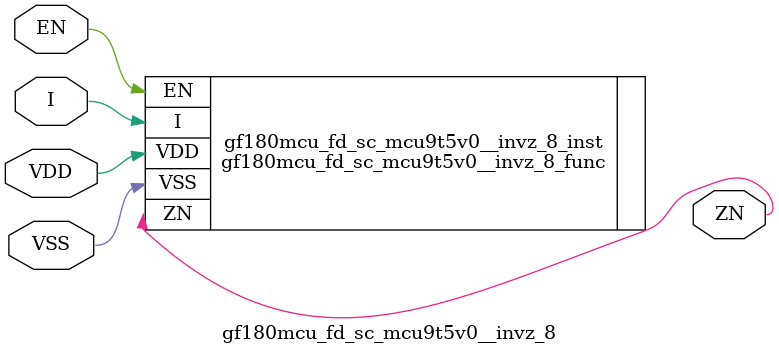
<source format=v>

module gf180mcu_fd_sc_mcu9t5v0__invz_8( EN, I, ZN, VDD, VSS );
input EN, I;
inout VDD, VSS;
output ZN;

   `ifdef FUNCTIONAL  //  functional //

	gf180mcu_fd_sc_mcu9t5v0__invz_8_func gf180mcu_fd_sc_mcu9t5v0__invz_8_behav_inst(.EN(EN),.I(I),.ZN(ZN),.VDD(VDD),.VSS(VSS));

   `else

	gf180mcu_fd_sc_mcu9t5v0__invz_8_func gf180mcu_fd_sc_mcu9t5v0__invz_8_inst(.EN(EN),.I(I),.ZN(ZN),.VDD(VDD),.VSS(VSS));

	// spec_gates_begin


	// spec_gates_end



   specify

	// specify_block_begin

	// comb arc EN --> ZN
	 (EN => ZN) = (1.0,1.0);

	// comb arc I --> ZN
	 (I => ZN) = (1.0,1.0);

	// specify_block_end

   endspecify

   `endif

endmodule

</source>
